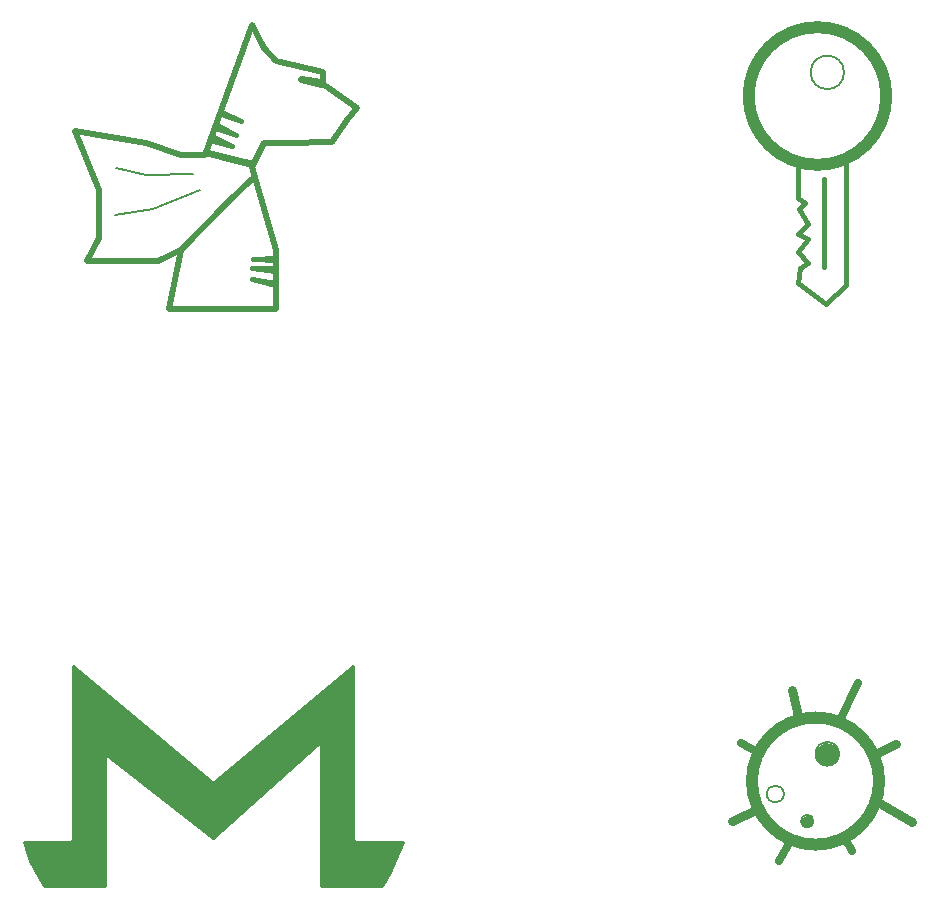
<source format=gto>
G04 #@! TF.FileFunction,Legend,Top*
%FSLAX46Y46*%
G04 Gerber Fmt 4.6, Leading zero omitted, Abs format (unit mm)*
G04 Created by KiCad (PCBNEW 4.0.6+dfsg1-1) date Mon Jul  2 22:47:05 2018*
%MOMM*%
%LPD*%
G01*
G04 APERTURE LIST*
%ADD10C,0.100000*%
%ADD11C,0.500000*%
%ADD12C,0.400000*%
%ADD13C,0.200000*%
%ADD14C,0.800000*%
%ADD15C,0.700000*%
%ADD16C,0.650000*%
%ADD17C,1.000000*%
%ADD18C,0.600000*%
%ADD19C,0.254000*%
G04 APERTURE END LIST*
D10*
D11*
X63300000Y-66000000D02*
X69300000Y-67000000D01*
D12*
X124700000Y-77600000D02*
X124500000Y-78800000D01*
X125400000Y-77100000D02*
X124700000Y-77600000D01*
X124500000Y-76200000D02*
X125400000Y-77100000D01*
X125400000Y-75100000D02*
X124500000Y-76200000D01*
X124500000Y-74700000D02*
X125400000Y-75100000D01*
D13*
X125838516Y-124400000D02*
G75*
G03X125838516Y-124400000I-538516J0D01*
G01*
X123321110Y-122100000D02*
G75*
G03X123321110Y-122100000I-721110J0D01*
G01*
X128000000Y-118700000D02*
G75*
G03X128000000Y-118700000I-1000000J0D01*
G01*
D14*
X130900000Y-118800000D02*
X132800000Y-117900000D01*
X131100000Y-122700000D02*
X134200000Y-124500000D01*
D15*
X128500000Y-125800000D02*
X129100000Y-126900000D01*
D16*
X123900000Y-126000000D02*
X122900000Y-127800000D01*
D14*
X121100000Y-123400000D02*
X118900000Y-124400000D01*
D15*
X121200000Y-118600000D02*
X119700000Y-117800000D01*
D14*
X124600000Y-115800000D02*
X124000000Y-113300000D01*
D15*
X128000000Y-116000000D02*
X129600000Y-112700000D01*
D17*
X131385165Y-121000000D02*
G75*
G03X131385165Y-121000000I-5385165J0D01*
G01*
D12*
X126700000Y-70000000D02*
X126700000Y-77500000D01*
X128600000Y-79000000D02*
X128600000Y-68300000D01*
X126900000Y-80600000D02*
X128600000Y-79000000D01*
X124500000Y-78800000D02*
X126900000Y-80600000D01*
X125400000Y-73800000D02*
X124500000Y-74700000D01*
X124600000Y-72600000D02*
X125400000Y-73800000D01*
X125100000Y-72100000D02*
X124600000Y-72600000D01*
X124500000Y-71600000D02*
X125100000Y-72100000D01*
X124500000Y-68700000D02*
X124500000Y-71600000D01*
D13*
X128414214Y-61000000D02*
G75*
G03X128414214Y-61000000I-1414214J0D01*
G01*
D17*
X132000001Y-63000000D02*
G75*
G03X132000001Y-63000000I-5830952J0D01*
G01*
D18*
X82400000Y-61600000D02*
X84100000Y-61800000D01*
D12*
X78260000Y-78530000D02*
X80260000Y-79030000D01*
X80260000Y-78830000D02*
X78260000Y-78530000D01*
X78300000Y-77600000D02*
X80200000Y-77800000D01*
X80300000Y-77600000D02*
X78300000Y-77600000D01*
X78400000Y-76800000D02*
X80300000Y-76900000D01*
X80300000Y-76700000D02*
X78400000Y-76800000D01*
X76600000Y-67200000D02*
X75000000Y-66800000D01*
X75100000Y-66500000D02*
X76600000Y-67200000D01*
X76900000Y-66300000D02*
X75400000Y-65800000D01*
X75500000Y-65500000D02*
X76900000Y-66300000D01*
X77400000Y-65100000D02*
X75900000Y-64600000D01*
X75900000Y-64400000D02*
X77400000Y-65100000D01*
D18*
X84100000Y-62000000D02*
X82400000Y-61600000D01*
D11*
X79300000Y-67000000D02*
X78300000Y-69000000D01*
X81200000Y-67000000D02*
X79300000Y-67000000D01*
X85100000Y-66900000D02*
X81200000Y-67000000D01*
X86300000Y-65000000D02*
X85100000Y-66900000D01*
X87200000Y-64000000D02*
X86300000Y-65000000D01*
X84300000Y-62000000D02*
X87200000Y-64000000D01*
X84300000Y-61000000D02*
X84300000Y-62000000D01*
X80300000Y-60000000D02*
X84300000Y-61000000D01*
X79300000Y-58900000D02*
X80300000Y-60000000D01*
X78300000Y-57000000D02*
X79300000Y-58900000D01*
X74300000Y-68000000D02*
X78300000Y-57000000D01*
D13*
X69900000Y-72600000D02*
X66700000Y-73100000D01*
X73900000Y-71000000D02*
X69900000Y-72600000D01*
X69300000Y-69700000D02*
X66800000Y-69100000D01*
X73300000Y-69600000D02*
X69300000Y-69700000D01*
X78300000Y-70000000D02*
X78300000Y-69000000D01*
D11*
X76300000Y-72000000D02*
X78300000Y-70000000D01*
X72300000Y-76000000D02*
X76300000Y-72000000D01*
X65300000Y-71000000D02*
X63300000Y-66000000D01*
X65300000Y-75000000D02*
X65300000Y-71000000D01*
X64300000Y-77000000D02*
X65300000Y-75000000D01*
X70300000Y-77000000D02*
X64300000Y-77000000D01*
X72300000Y-76000000D02*
X70300000Y-77000000D01*
X71300000Y-81000000D02*
X72300000Y-76000000D01*
X80300000Y-81000000D02*
X71300000Y-81000000D01*
X80300000Y-76000000D02*
X80300000Y-81000000D01*
X78300000Y-69000000D02*
X80300000Y-76000000D01*
D13*
X74300000Y-68000000D02*
X78300000Y-69000000D01*
D11*
X72300000Y-68000000D02*
X74300000Y-68000000D01*
X69300000Y-67000000D02*
X72300000Y-68000000D01*
D19*
G36*
X86873000Y-126000000D02*
X86883006Y-126049410D01*
X86911447Y-126091035D01*
X86953841Y-126118315D01*
X87000000Y-126127000D01*
X91107400Y-126127000D01*
X89986356Y-128742770D01*
X89327055Y-129873000D01*
X84127000Y-129873000D01*
X84127000Y-118000000D01*
X84116994Y-117950590D01*
X84088553Y-117908965D01*
X84046159Y-117881685D01*
X83996491Y-117873048D01*
X83947377Y-117884416D01*
X83915626Y-117905079D01*
X74994583Y-125834895D01*
X66077970Y-118899752D01*
X66032826Y-118877316D01*
X65982508Y-118874210D01*
X65934947Y-118890926D01*
X65897636Y-118924829D01*
X65876455Y-118970576D01*
X65873000Y-119000000D01*
X65873000Y-129873000D01*
X60675392Y-129873000D01*
X59516908Y-127749113D01*
X58976203Y-126127000D01*
X63000000Y-126127000D01*
X63049410Y-126116994D01*
X63091035Y-126088553D01*
X63118315Y-126046159D01*
X63127000Y-126000000D01*
X63127000Y-111271150D01*
X74918697Y-121097564D01*
X74963060Y-121121509D01*
X75013244Y-121126308D01*
X75081303Y-121097564D01*
X86873000Y-111271150D01*
X86873000Y-126000000D01*
X86873000Y-126000000D01*
G37*
X86873000Y-126000000D02*
X86883006Y-126049410D01*
X86911447Y-126091035D01*
X86953841Y-126118315D01*
X87000000Y-126127000D01*
X91107400Y-126127000D01*
X89986356Y-128742770D01*
X89327055Y-129873000D01*
X84127000Y-129873000D01*
X84127000Y-118000000D01*
X84116994Y-117950590D01*
X84088553Y-117908965D01*
X84046159Y-117881685D01*
X83996491Y-117873048D01*
X83947377Y-117884416D01*
X83915626Y-117905079D01*
X74994583Y-125834895D01*
X66077970Y-118899752D01*
X66032826Y-118877316D01*
X65982508Y-118874210D01*
X65934947Y-118890926D01*
X65897636Y-118924829D01*
X65876455Y-118970576D01*
X65873000Y-119000000D01*
X65873000Y-129873000D01*
X60675392Y-129873000D01*
X59516908Y-127749113D01*
X58976203Y-126127000D01*
X63000000Y-126127000D01*
X63049410Y-126116994D01*
X63091035Y-126088553D01*
X63118315Y-126046159D01*
X63127000Y-126000000D01*
X63127000Y-111271150D01*
X74918697Y-121097564D01*
X74963060Y-121121509D01*
X75013244Y-121126308D01*
X75081303Y-121097564D01*
X86873000Y-111271150D01*
X86873000Y-126000000D01*
G36*
X127258418Y-117921199D02*
X127605340Y-118094660D01*
X127773000Y-118429980D01*
X127773000Y-118884366D01*
X127687728Y-119225454D01*
X127349830Y-119478877D01*
X126734115Y-119566837D01*
X126390714Y-119309286D01*
X126127000Y-118957667D01*
X126127000Y-118624460D01*
X126303268Y-118183789D01*
X126826676Y-117834851D01*
X127258418Y-117921199D01*
X127258418Y-117921199D01*
G37*
X127258418Y-117921199D02*
X127605340Y-118094660D01*
X127773000Y-118429980D01*
X127773000Y-118884366D01*
X127687728Y-119225454D01*
X127349830Y-119478877D01*
X126734115Y-119566837D01*
X126390714Y-119309286D01*
X126127000Y-118957667D01*
X126127000Y-118624460D01*
X126303268Y-118183789D01*
X126826676Y-117834851D01*
X127258418Y-117921199D01*
G36*
X125595273Y-124104727D02*
X125669092Y-124400000D01*
X125595273Y-124695273D01*
X125296904Y-124769865D01*
X124927000Y-124695885D01*
X124927000Y-124420610D01*
X125011002Y-124168604D01*
X125068604Y-124111002D01*
X125305077Y-124032178D01*
X125595273Y-124104727D01*
X125595273Y-124104727D01*
G37*
X125595273Y-124104727D02*
X125669092Y-124400000D01*
X125595273Y-124695273D01*
X125296904Y-124769865D01*
X124927000Y-124695885D01*
X124927000Y-124420610D01*
X125011002Y-124168604D01*
X125068604Y-124111002D01*
X125305077Y-124032178D01*
X125595273Y-124104727D01*
G36*
X78402380Y-68582523D02*
X78239512Y-68853969D01*
X74471952Y-67912080D01*
X74576984Y-67649499D01*
X78402380Y-68582523D01*
X78402380Y-68582523D01*
G37*
X78402380Y-68582523D02*
X78239512Y-68853969D01*
X74471952Y-67912080D01*
X74576984Y-67649499D01*
X78402380Y-68582523D01*
M02*

</source>
